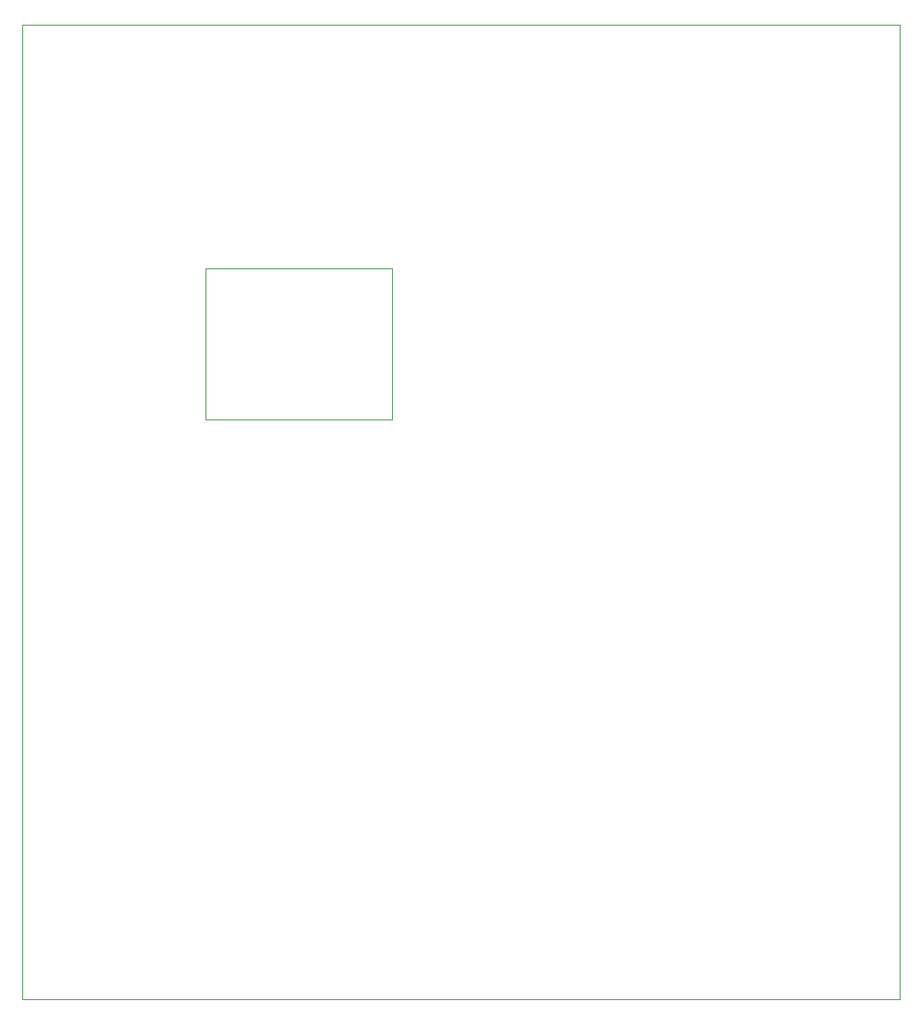
<source format=gbr>
%TF.GenerationSoftware,KiCad,Pcbnew,8.0.4-unknown-202407232306~396e531e7c~ubuntu22.04.1*%
%TF.CreationDate,2024-07-28T13:31:46+05:30*%
%TF.ProjectId,HF-PA-v10,48462d50-412d-4763-9130-2e6b69636164,rev?*%
%TF.SameCoordinates,Original*%
%TF.FileFunction,Profile,NP*%
%FSLAX46Y46*%
G04 Gerber Fmt 4.6, Leading zero omitted, Abs format (unit mm)*
G04 Created by KiCad (PCBNEW 8.0.4-unknown-202407232306~396e531e7c~ubuntu22.04.1) date 2024-07-28 13:31:46*
%MOMM*%
%LPD*%
G01*
G04 APERTURE LIST*
%TA.AperFunction,Profile*%
%ADD10C,0.100000*%
%TD*%
G04 APERTURE END LIST*
D10*
X136958000Y-62835000D02*
X226958000Y-62835000D01*
X226958000Y-162735000D01*
X136958000Y-162735000D01*
X136958000Y-62835000D01*
X155765000Y-87800000D02*
X174865000Y-87800000D01*
X174865000Y-103300000D01*
X155765000Y-103300000D01*
X155765000Y-87800000D01*
M02*

</source>
